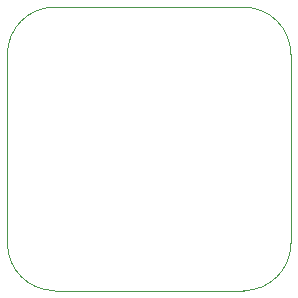
<source format=gbr>
%TF.GenerationSoftware,KiCad,Pcbnew,9.0.2*%
%TF.CreationDate,2025-06-01T02:56:30-04:00*%
%TF.ProjectId,merger,6d657267-6572-42e6-9b69-6361645f7063,rev?*%
%TF.SameCoordinates,Original*%
%TF.FileFunction,Profile,NP*%
%FSLAX46Y46*%
G04 Gerber Fmt 4.6, Leading zero omitted, Abs format (unit mm)*
G04 Created by KiCad (PCBNEW 9.0.2) date 2025-06-01 02:56:30*
%MOMM*%
%LPD*%
G01*
G04 APERTURE LIST*
%TA.AperFunction,Profile*%
%ADD10C,0.050000*%
%TD*%
G04 APERTURE END LIST*
D10*
X114000000Y-59000000D02*
X130000000Y-59000000D01*
X114000000Y-83000000D02*
G75*
G02*
X110000000Y-79000000I0J4000000D01*
G01*
X130000000Y-59000000D02*
G75*
G02*
X134000000Y-63000000I0J-4000000D01*
G01*
X134000000Y-79000000D02*
G75*
G02*
X130000000Y-83000000I-4000000J0D01*
G01*
X110000000Y-63000000D02*
G75*
G02*
X114000000Y-59000000I4000000J0D01*
G01*
X114000000Y-83000000D02*
X130000000Y-83000000D01*
X134000000Y-63000000D02*
X134000000Y-79000000D01*
X110000000Y-63000000D02*
X110000000Y-79000000D01*
M02*

</source>
